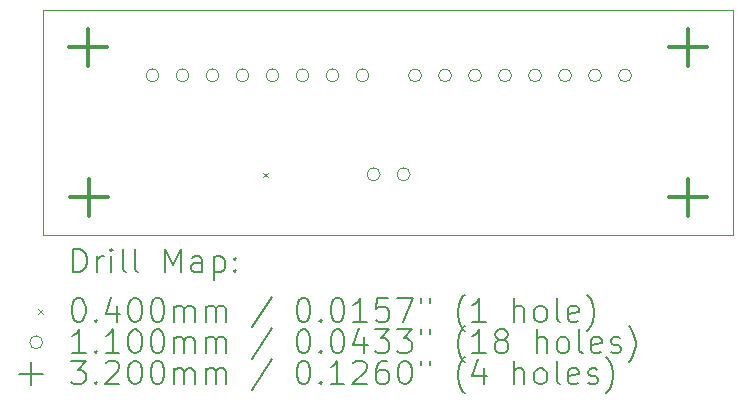
<source format=gbr>
%TF.GenerationSoftware,KiCad,Pcbnew,(6.0.7)*%
%TF.CreationDate,2023-06-30T09:59:47-07:00*%
%TF.ProjectId,PT Board Ground Systems,50542042-6f61-4726-9420-47726f756e64,rev?*%
%TF.SameCoordinates,Original*%
%TF.FileFunction,Drillmap*%
%TF.FilePolarity,Positive*%
%FSLAX45Y45*%
G04 Gerber Fmt 4.5, Leading zero omitted, Abs format (unit mm)*
G04 Created by KiCad (PCBNEW (6.0.7)) date 2023-06-30 09:59:47*
%MOMM*%
%LPD*%
G01*
G04 APERTURE LIST*
%ADD10C,0.100000*%
%ADD11C,0.200000*%
%ADD12C,0.040000*%
%ADD13C,0.110000*%
%ADD14C,0.320000*%
G04 APERTURE END LIST*
D10*
X2540000Y-2540000D02*
X8382000Y-2540000D01*
X8382000Y-2540000D02*
X8382000Y-4445000D01*
X8382000Y-4445000D02*
X2540000Y-4445000D01*
X2540000Y-4445000D02*
X2540000Y-2540000D01*
D11*
D12*
X4402500Y-3917500D02*
X4442500Y-3957500D01*
X4442500Y-3917500D02*
X4402500Y-3957500D01*
D13*
X3519560Y-3093720D02*
G75*
G03*
X3519560Y-3093720I-55000J0D01*
G01*
X3773560Y-3093720D02*
G75*
G03*
X3773560Y-3093720I-55000J0D01*
G01*
X4027560Y-3093720D02*
G75*
G03*
X4027560Y-3093720I-55000J0D01*
G01*
X4281560Y-3093720D02*
G75*
G03*
X4281560Y-3093720I-55000J0D01*
G01*
X4535560Y-3093720D02*
G75*
G03*
X4535560Y-3093720I-55000J0D01*
G01*
X4789560Y-3093720D02*
G75*
G03*
X4789560Y-3093720I-55000J0D01*
G01*
X5043560Y-3093720D02*
G75*
G03*
X5043560Y-3093720I-55000J0D01*
G01*
X5297560Y-3093720D02*
G75*
G03*
X5297560Y-3093720I-55000J0D01*
G01*
X5391540Y-3931920D02*
G75*
G03*
X5391540Y-3931920I-55000J0D01*
G01*
X5645540Y-3931920D02*
G75*
G03*
X5645540Y-3931920I-55000J0D01*
G01*
X5742060Y-3093720D02*
G75*
G03*
X5742060Y-3093720I-55000J0D01*
G01*
X5996060Y-3093720D02*
G75*
G03*
X5996060Y-3093720I-55000J0D01*
G01*
X6250060Y-3093720D02*
G75*
G03*
X6250060Y-3093720I-55000J0D01*
G01*
X6504060Y-3093720D02*
G75*
G03*
X6504060Y-3093720I-55000J0D01*
G01*
X6758060Y-3093720D02*
G75*
G03*
X6758060Y-3093720I-55000J0D01*
G01*
X7012060Y-3093720D02*
G75*
G03*
X7012060Y-3093720I-55000J0D01*
G01*
X7266060Y-3093720D02*
G75*
G03*
X7266060Y-3093720I-55000J0D01*
G01*
X7520060Y-3093720D02*
G75*
G03*
X7520060Y-3093720I-55000J0D01*
G01*
D14*
X2921000Y-2697500D02*
X2921000Y-3017500D01*
X2761000Y-2857500D02*
X3081000Y-2857500D01*
X2926080Y-3967500D02*
X2926080Y-4287500D01*
X2766080Y-4127500D02*
X3086080Y-4127500D01*
X8001000Y-2697500D02*
X8001000Y-3017500D01*
X7841000Y-2857500D02*
X8161000Y-2857500D01*
X8001000Y-3967500D02*
X8001000Y-4287500D01*
X7841000Y-4127500D02*
X8161000Y-4127500D01*
D11*
X2792619Y-4760476D02*
X2792619Y-4560476D01*
X2840238Y-4560476D01*
X2868809Y-4570000D01*
X2887857Y-4589048D01*
X2897381Y-4608095D01*
X2906905Y-4646190D01*
X2906905Y-4674762D01*
X2897381Y-4712857D01*
X2887857Y-4731905D01*
X2868809Y-4750952D01*
X2840238Y-4760476D01*
X2792619Y-4760476D01*
X2992619Y-4760476D02*
X2992619Y-4627143D01*
X2992619Y-4665238D02*
X3002143Y-4646190D01*
X3011667Y-4636667D01*
X3030714Y-4627143D01*
X3049762Y-4627143D01*
X3116428Y-4760476D02*
X3116428Y-4627143D01*
X3116428Y-4560476D02*
X3106905Y-4570000D01*
X3116428Y-4579524D01*
X3125952Y-4570000D01*
X3116428Y-4560476D01*
X3116428Y-4579524D01*
X3240238Y-4760476D02*
X3221190Y-4750952D01*
X3211667Y-4731905D01*
X3211667Y-4560476D01*
X3345000Y-4760476D02*
X3325952Y-4750952D01*
X3316428Y-4731905D01*
X3316428Y-4560476D01*
X3573571Y-4760476D02*
X3573571Y-4560476D01*
X3640238Y-4703333D01*
X3706905Y-4560476D01*
X3706905Y-4760476D01*
X3887857Y-4760476D02*
X3887857Y-4655714D01*
X3878333Y-4636667D01*
X3859286Y-4627143D01*
X3821190Y-4627143D01*
X3802143Y-4636667D01*
X3887857Y-4750952D02*
X3868809Y-4760476D01*
X3821190Y-4760476D01*
X3802143Y-4750952D01*
X3792619Y-4731905D01*
X3792619Y-4712857D01*
X3802143Y-4693810D01*
X3821190Y-4684286D01*
X3868809Y-4684286D01*
X3887857Y-4674762D01*
X3983095Y-4627143D02*
X3983095Y-4827143D01*
X3983095Y-4636667D02*
X4002143Y-4627143D01*
X4040238Y-4627143D01*
X4059286Y-4636667D01*
X4068809Y-4646190D01*
X4078333Y-4665238D01*
X4078333Y-4722381D01*
X4068809Y-4741429D01*
X4059286Y-4750952D01*
X4040238Y-4760476D01*
X4002143Y-4760476D01*
X3983095Y-4750952D01*
X4164048Y-4741429D02*
X4173571Y-4750952D01*
X4164048Y-4760476D01*
X4154524Y-4750952D01*
X4164048Y-4741429D01*
X4164048Y-4760476D01*
X4164048Y-4636667D02*
X4173571Y-4646190D01*
X4164048Y-4655714D01*
X4154524Y-4646190D01*
X4164048Y-4636667D01*
X4164048Y-4655714D01*
D12*
X2495000Y-5070000D02*
X2535000Y-5110000D01*
X2535000Y-5070000D02*
X2495000Y-5110000D01*
D11*
X2830714Y-4980476D02*
X2849762Y-4980476D01*
X2868809Y-4990000D01*
X2878333Y-4999524D01*
X2887857Y-5018571D01*
X2897381Y-5056667D01*
X2897381Y-5104286D01*
X2887857Y-5142381D01*
X2878333Y-5161429D01*
X2868809Y-5170952D01*
X2849762Y-5180476D01*
X2830714Y-5180476D01*
X2811667Y-5170952D01*
X2802143Y-5161429D01*
X2792619Y-5142381D01*
X2783095Y-5104286D01*
X2783095Y-5056667D01*
X2792619Y-5018571D01*
X2802143Y-4999524D01*
X2811667Y-4990000D01*
X2830714Y-4980476D01*
X2983095Y-5161429D02*
X2992619Y-5170952D01*
X2983095Y-5180476D01*
X2973571Y-5170952D01*
X2983095Y-5161429D01*
X2983095Y-5180476D01*
X3164048Y-5047143D02*
X3164048Y-5180476D01*
X3116428Y-4970952D02*
X3068809Y-5113810D01*
X3192619Y-5113810D01*
X3306905Y-4980476D02*
X3325952Y-4980476D01*
X3345000Y-4990000D01*
X3354524Y-4999524D01*
X3364048Y-5018571D01*
X3373571Y-5056667D01*
X3373571Y-5104286D01*
X3364048Y-5142381D01*
X3354524Y-5161429D01*
X3345000Y-5170952D01*
X3325952Y-5180476D01*
X3306905Y-5180476D01*
X3287857Y-5170952D01*
X3278333Y-5161429D01*
X3268809Y-5142381D01*
X3259286Y-5104286D01*
X3259286Y-5056667D01*
X3268809Y-5018571D01*
X3278333Y-4999524D01*
X3287857Y-4990000D01*
X3306905Y-4980476D01*
X3497381Y-4980476D02*
X3516428Y-4980476D01*
X3535476Y-4990000D01*
X3545000Y-4999524D01*
X3554524Y-5018571D01*
X3564048Y-5056667D01*
X3564048Y-5104286D01*
X3554524Y-5142381D01*
X3545000Y-5161429D01*
X3535476Y-5170952D01*
X3516428Y-5180476D01*
X3497381Y-5180476D01*
X3478333Y-5170952D01*
X3468809Y-5161429D01*
X3459286Y-5142381D01*
X3449762Y-5104286D01*
X3449762Y-5056667D01*
X3459286Y-5018571D01*
X3468809Y-4999524D01*
X3478333Y-4990000D01*
X3497381Y-4980476D01*
X3649762Y-5180476D02*
X3649762Y-5047143D01*
X3649762Y-5066190D02*
X3659286Y-5056667D01*
X3678333Y-5047143D01*
X3706905Y-5047143D01*
X3725952Y-5056667D01*
X3735476Y-5075714D01*
X3735476Y-5180476D01*
X3735476Y-5075714D02*
X3745000Y-5056667D01*
X3764048Y-5047143D01*
X3792619Y-5047143D01*
X3811667Y-5056667D01*
X3821190Y-5075714D01*
X3821190Y-5180476D01*
X3916428Y-5180476D02*
X3916428Y-5047143D01*
X3916428Y-5066190D02*
X3925952Y-5056667D01*
X3945000Y-5047143D01*
X3973571Y-5047143D01*
X3992619Y-5056667D01*
X4002143Y-5075714D01*
X4002143Y-5180476D01*
X4002143Y-5075714D02*
X4011667Y-5056667D01*
X4030714Y-5047143D01*
X4059286Y-5047143D01*
X4078333Y-5056667D01*
X4087857Y-5075714D01*
X4087857Y-5180476D01*
X4478333Y-4970952D02*
X4306905Y-5228095D01*
X4735476Y-4980476D02*
X4754524Y-4980476D01*
X4773571Y-4990000D01*
X4783095Y-4999524D01*
X4792619Y-5018571D01*
X4802143Y-5056667D01*
X4802143Y-5104286D01*
X4792619Y-5142381D01*
X4783095Y-5161429D01*
X4773571Y-5170952D01*
X4754524Y-5180476D01*
X4735476Y-5180476D01*
X4716429Y-5170952D01*
X4706905Y-5161429D01*
X4697381Y-5142381D01*
X4687857Y-5104286D01*
X4687857Y-5056667D01*
X4697381Y-5018571D01*
X4706905Y-4999524D01*
X4716429Y-4990000D01*
X4735476Y-4980476D01*
X4887857Y-5161429D02*
X4897381Y-5170952D01*
X4887857Y-5180476D01*
X4878333Y-5170952D01*
X4887857Y-5161429D01*
X4887857Y-5180476D01*
X5021190Y-4980476D02*
X5040238Y-4980476D01*
X5059286Y-4990000D01*
X5068810Y-4999524D01*
X5078333Y-5018571D01*
X5087857Y-5056667D01*
X5087857Y-5104286D01*
X5078333Y-5142381D01*
X5068810Y-5161429D01*
X5059286Y-5170952D01*
X5040238Y-5180476D01*
X5021190Y-5180476D01*
X5002143Y-5170952D01*
X4992619Y-5161429D01*
X4983095Y-5142381D01*
X4973571Y-5104286D01*
X4973571Y-5056667D01*
X4983095Y-5018571D01*
X4992619Y-4999524D01*
X5002143Y-4990000D01*
X5021190Y-4980476D01*
X5278333Y-5180476D02*
X5164048Y-5180476D01*
X5221190Y-5180476D02*
X5221190Y-4980476D01*
X5202143Y-5009048D01*
X5183095Y-5028095D01*
X5164048Y-5037619D01*
X5459286Y-4980476D02*
X5364048Y-4980476D01*
X5354524Y-5075714D01*
X5364048Y-5066190D01*
X5383095Y-5056667D01*
X5430714Y-5056667D01*
X5449762Y-5066190D01*
X5459286Y-5075714D01*
X5468810Y-5094762D01*
X5468810Y-5142381D01*
X5459286Y-5161429D01*
X5449762Y-5170952D01*
X5430714Y-5180476D01*
X5383095Y-5180476D01*
X5364048Y-5170952D01*
X5354524Y-5161429D01*
X5535476Y-4980476D02*
X5668809Y-4980476D01*
X5583095Y-5180476D01*
X5735476Y-4980476D02*
X5735476Y-5018571D01*
X5811667Y-4980476D02*
X5811667Y-5018571D01*
X6106905Y-5256667D02*
X6097381Y-5247143D01*
X6078333Y-5218571D01*
X6068809Y-5199524D01*
X6059286Y-5170952D01*
X6049762Y-5123333D01*
X6049762Y-5085238D01*
X6059286Y-5037619D01*
X6068809Y-5009048D01*
X6078333Y-4990000D01*
X6097381Y-4961429D01*
X6106905Y-4951905D01*
X6287857Y-5180476D02*
X6173571Y-5180476D01*
X6230714Y-5180476D02*
X6230714Y-4980476D01*
X6211667Y-5009048D01*
X6192619Y-5028095D01*
X6173571Y-5037619D01*
X6525952Y-5180476D02*
X6525952Y-4980476D01*
X6611667Y-5180476D02*
X6611667Y-5075714D01*
X6602143Y-5056667D01*
X6583095Y-5047143D01*
X6554524Y-5047143D01*
X6535476Y-5056667D01*
X6525952Y-5066190D01*
X6735476Y-5180476D02*
X6716428Y-5170952D01*
X6706905Y-5161429D01*
X6697381Y-5142381D01*
X6697381Y-5085238D01*
X6706905Y-5066190D01*
X6716428Y-5056667D01*
X6735476Y-5047143D01*
X6764048Y-5047143D01*
X6783095Y-5056667D01*
X6792619Y-5066190D01*
X6802143Y-5085238D01*
X6802143Y-5142381D01*
X6792619Y-5161429D01*
X6783095Y-5170952D01*
X6764048Y-5180476D01*
X6735476Y-5180476D01*
X6916428Y-5180476D02*
X6897381Y-5170952D01*
X6887857Y-5151905D01*
X6887857Y-4980476D01*
X7068809Y-5170952D02*
X7049762Y-5180476D01*
X7011667Y-5180476D01*
X6992619Y-5170952D01*
X6983095Y-5151905D01*
X6983095Y-5075714D01*
X6992619Y-5056667D01*
X7011667Y-5047143D01*
X7049762Y-5047143D01*
X7068809Y-5056667D01*
X7078333Y-5075714D01*
X7078333Y-5094762D01*
X6983095Y-5113810D01*
X7145000Y-5256667D02*
X7154524Y-5247143D01*
X7173571Y-5218571D01*
X7183095Y-5199524D01*
X7192619Y-5170952D01*
X7202143Y-5123333D01*
X7202143Y-5085238D01*
X7192619Y-5037619D01*
X7183095Y-5009048D01*
X7173571Y-4990000D01*
X7154524Y-4961429D01*
X7145000Y-4951905D01*
D13*
X2535000Y-5354000D02*
G75*
G03*
X2535000Y-5354000I-55000J0D01*
G01*
D11*
X2897381Y-5444476D02*
X2783095Y-5444476D01*
X2840238Y-5444476D02*
X2840238Y-5244476D01*
X2821190Y-5273048D01*
X2802143Y-5292095D01*
X2783095Y-5301619D01*
X2983095Y-5425429D02*
X2992619Y-5434952D01*
X2983095Y-5444476D01*
X2973571Y-5434952D01*
X2983095Y-5425429D01*
X2983095Y-5444476D01*
X3183095Y-5444476D02*
X3068809Y-5444476D01*
X3125952Y-5444476D02*
X3125952Y-5244476D01*
X3106905Y-5273048D01*
X3087857Y-5292095D01*
X3068809Y-5301619D01*
X3306905Y-5244476D02*
X3325952Y-5244476D01*
X3345000Y-5254000D01*
X3354524Y-5263524D01*
X3364048Y-5282571D01*
X3373571Y-5320667D01*
X3373571Y-5368286D01*
X3364048Y-5406381D01*
X3354524Y-5425429D01*
X3345000Y-5434952D01*
X3325952Y-5444476D01*
X3306905Y-5444476D01*
X3287857Y-5434952D01*
X3278333Y-5425429D01*
X3268809Y-5406381D01*
X3259286Y-5368286D01*
X3259286Y-5320667D01*
X3268809Y-5282571D01*
X3278333Y-5263524D01*
X3287857Y-5254000D01*
X3306905Y-5244476D01*
X3497381Y-5244476D02*
X3516428Y-5244476D01*
X3535476Y-5254000D01*
X3545000Y-5263524D01*
X3554524Y-5282571D01*
X3564048Y-5320667D01*
X3564048Y-5368286D01*
X3554524Y-5406381D01*
X3545000Y-5425429D01*
X3535476Y-5434952D01*
X3516428Y-5444476D01*
X3497381Y-5444476D01*
X3478333Y-5434952D01*
X3468809Y-5425429D01*
X3459286Y-5406381D01*
X3449762Y-5368286D01*
X3449762Y-5320667D01*
X3459286Y-5282571D01*
X3468809Y-5263524D01*
X3478333Y-5254000D01*
X3497381Y-5244476D01*
X3649762Y-5444476D02*
X3649762Y-5311143D01*
X3649762Y-5330190D02*
X3659286Y-5320667D01*
X3678333Y-5311143D01*
X3706905Y-5311143D01*
X3725952Y-5320667D01*
X3735476Y-5339714D01*
X3735476Y-5444476D01*
X3735476Y-5339714D02*
X3745000Y-5320667D01*
X3764048Y-5311143D01*
X3792619Y-5311143D01*
X3811667Y-5320667D01*
X3821190Y-5339714D01*
X3821190Y-5444476D01*
X3916428Y-5444476D02*
X3916428Y-5311143D01*
X3916428Y-5330190D02*
X3925952Y-5320667D01*
X3945000Y-5311143D01*
X3973571Y-5311143D01*
X3992619Y-5320667D01*
X4002143Y-5339714D01*
X4002143Y-5444476D01*
X4002143Y-5339714D02*
X4011667Y-5320667D01*
X4030714Y-5311143D01*
X4059286Y-5311143D01*
X4078333Y-5320667D01*
X4087857Y-5339714D01*
X4087857Y-5444476D01*
X4478333Y-5234952D02*
X4306905Y-5492095D01*
X4735476Y-5244476D02*
X4754524Y-5244476D01*
X4773571Y-5254000D01*
X4783095Y-5263524D01*
X4792619Y-5282571D01*
X4802143Y-5320667D01*
X4802143Y-5368286D01*
X4792619Y-5406381D01*
X4783095Y-5425429D01*
X4773571Y-5434952D01*
X4754524Y-5444476D01*
X4735476Y-5444476D01*
X4716429Y-5434952D01*
X4706905Y-5425429D01*
X4697381Y-5406381D01*
X4687857Y-5368286D01*
X4687857Y-5320667D01*
X4697381Y-5282571D01*
X4706905Y-5263524D01*
X4716429Y-5254000D01*
X4735476Y-5244476D01*
X4887857Y-5425429D02*
X4897381Y-5434952D01*
X4887857Y-5444476D01*
X4878333Y-5434952D01*
X4887857Y-5425429D01*
X4887857Y-5444476D01*
X5021190Y-5244476D02*
X5040238Y-5244476D01*
X5059286Y-5254000D01*
X5068810Y-5263524D01*
X5078333Y-5282571D01*
X5087857Y-5320667D01*
X5087857Y-5368286D01*
X5078333Y-5406381D01*
X5068810Y-5425429D01*
X5059286Y-5434952D01*
X5040238Y-5444476D01*
X5021190Y-5444476D01*
X5002143Y-5434952D01*
X4992619Y-5425429D01*
X4983095Y-5406381D01*
X4973571Y-5368286D01*
X4973571Y-5320667D01*
X4983095Y-5282571D01*
X4992619Y-5263524D01*
X5002143Y-5254000D01*
X5021190Y-5244476D01*
X5259286Y-5311143D02*
X5259286Y-5444476D01*
X5211667Y-5234952D02*
X5164048Y-5377810D01*
X5287857Y-5377810D01*
X5345000Y-5244476D02*
X5468810Y-5244476D01*
X5402143Y-5320667D01*
X5430714Y-5320667D01*
X5449762Y-5330190D01*
X5459286Y-5339714D01*
X5468810Y-5358762D01*
X5468810Y-5406381D01*
X5459286Y-5425429D01*
X5449762Y-5434952D01*
X5430714Y-5444476D01*
X5373571Y-5444476D01*
X5354524Y-5434952D01*
X5345000Y-5425429D01*
X5535476Y-5244476D02*
X5659286Y-5244476D01*
X5592619Y-5320667D01*
X5621190Y-5320667D01*
X5640238Y-5330190D01*
X5649762Y-5339714D01*
X5659286Y-5358762D01*
X5659286Y-5406381D01*
X5649762Y-5425429D01*
X5640238Y-5434952D01*
X5621190Y-5444476D01*
X5564048Y-5444476D01*
X5545000Y-5434952D01*
X5535476Y-5425429D01*
X5735476Y-5244476D02*
X5735476Y-5282571D01*
X5811667Y-5244476D02*
X5811667Y-5282571D01*
X6106905Y-5520667D02*
X6097381Y-5511143D01*
X6078333Y-5482571D01*
X6068809Y-5463524D01*
X6059286Y-5434952D01*
X6049762Y-5387333D01*
X6049762Y-5349238D01*
X6059286Y-5301619D01*
X6068809Y-5273048D01*
X6078333Y-5254000D01*
X6097381Y-5225429D01*
X6106905Y-5215905D01*
X6287857Y-5444476D02*
X6173571Y-5444476D01*
X6230714Y-5444476D02*
X6230714Y-5244476D01*
X6211667Y-5273048D01*
X6192619Y-5292095D01*
X6173571Y-5301619D01*
X6402143Y-5330190D02*
X6383095Y-5320667D01*
X6373571Y-5311143D01*
X6364048Y-5292095D01*
X6364048Y-5282571D01*
X6373571Y-5263524D01*
X6383095Y-5254000D01*
X6402143Y-5244476D01*
X6440238Y-5244476D01*
X6459286Y-5254000D01*
X6468809Y-5263524D01*
X6478333Y-5282571D01*
X6478333Y-5292095D01*
X6468809Y-5311143D01*
X6459286Y-5320667D01*
X6440238Y-5330190D01*
X6402143Y-5330190D01*
X6383095Y-5339714D01*
X6373571Y-5349238D01*
X6364048Y-5368286D01*
X6364048Y-5406381D01*
X6373571Y-5425429D01*
X6383095Y-5434952D01*
X6402143Y-5444476D01*
X6440238Y-5444476D01*
X6459286Y-5434952D01*
X6468809Y-5425429D01*
X6478333Y-5406381D01*
X6478333Y-5368286D01*
X6468809Y-5349238D01*
X6459286Y-5339714D01*
X6440238Y-5330190D01*
X6716428Y-5444476D02*
X6716428Y-5244476D01*
X6802143Y-5444476D02*
X6802143Y-5339714D01*
X6792619Y-5320667D01*
X6773571Y-5311143D01*
X6745000Y-5311143D01*
X6725952Y-5320667D01*
X6716428Y-5330190D01*
X6925952Y-5444476D02*
X6906905Y-5434952D01*
X6897381Y-5425429D01*
X6887857Y-5406381D01*
X6887857Y-5349238D01*
X6897381Y-5330190D01*
X6906905Y-5320667D01*
X6925952Y-5311143D01*
X6954524Y-5311143D01*
X6973571Y-5320667D01*
X6983095Y-5330190D01*
X6992619Y-5349238D01*
X6992619Y-5406381D01*
X6983095Y-5425429D01*
X6973571Y-5434952D01*
X6954524Y-5444476D01*
X6925952Y-5444476D01*
X7106905Y-5444476D02*
X7087857Y-5434952D01*
X7078333Y-5415905D01*
X7078333Y-5244476D01*
X7259286Y-5434952D02*
X7240238Y-5444476D01*
X7202143Y-5444476D01*
X7183095Y-5434952D01*
X7173571Y-5415905D01*
X7173571Y-5339714D01*
X7183095Y-5320667D01*
X7202143Y-5311143D01*
X7240238Y-5311143D01*
X7259286Y-5320667D01*
X7268809Y-5339714D01*
X7268809Y-5358762D01*
X7173571Y-5377810D01*
X7345000Y-5434952D02*
X7364048Y-5444476D01*
X7402143Y-5444476D01*
X7421190Y-5434952D01*
X7430714Y-5415905D01*
X7430714Y-5406381D01*
X7421190Y-5387333D01*
X7402143Y-5377810D01*
X7373571Y-5377810D01*
X7354524Y-5368286D01*
X7345000Y-5349238D01*
X7345000Y-5339714D01*
X7354524Y-5320667D01*
X7373571Y-5311143D01*
X7402143Y-5311143D01*
X7421190Y-5320667D01*
X7497381Y-5520667D02*
X7506905Y-5511143D01*
X7525952Y-5482571D01*
X7535476Y-5463524D01*
X7545000Y-5434952D01*
X7554524Y-5387333D01*
X7554524Y-5349238D01*
X7545000Y-5301619D01*
X7535476Y-5273048D01*
X7525952Y-5254000D01*
X7506905Y-5225429D01*
X7497381Y-5215905D01*
X2435000Y-5518000D02*
X2435000Y-5718000D01*
X2335000Y-5618000D02*
X2535000Y-5618000D01*
X2773571Y-5508476D02*
X2897381Y-5508476D01*
X2830714Y-5584667D01*
X2859286Y-5584667D01*
X2878333Y-5594190D01*
X2887857Y-5603714D01*
X2897381Y-5622762D01*
X2897381Y-5670381D01*
X2887857Y-5689428D01*
X2878333Y-5698952D01*
X2859286Y-5708476D01*
X2802143Y-5708476D01*
X2783095Y-5698952D01*
X2773571Y-5689428D01*
X2983095Y-5689428D02*
X2992619Y-5698952D01*
X2983095Y-5708476D01*
X2973571Y-5698952D01*
X2983095Y-5689428D01*
X2983095Y-5708476D01*
X3068809Y-5527524D02*
X3078333Y-5518000D01*
X3097381Y-5508476D01*
X3145000Y-5508476D01*
X3164048Y-5518000D01*
X3173571Y-5527524D01*
X3183095Y-5546571D01*
X3183095Y-5565619D01*
X3173571Y-5594190D01*
X3059286Y-5708476D01*
X3183095Y-5708476D01*
X3306905Y-5508476D02*
X3325952Y-5508476D01*
X3345000Y-5518000D01*
X3354524Y-5527524D01*
X3364048Y-5546571D01*
X3373571Y-5584667D01*
X3373571Y-5632286D01*
X3364048Y-5670381D01*
X3354524Y-5689428D01*
X3345000Y-5698952D01*
X3325952Y-5708476D01*
X3306905Y-5708476D01*
X3287857Y-5698952D01*
X3278333Y-5689428D01*
X3268809Y-5670381D01*
X3259286Y-5632286D01*
X3259286Y-5584667D01*
X3268809Y-5546571D01*
X3278333Y-5527524D01*
X3287857Y-5518000D01*
X3306905Y-5508476D01*
X3497381Y-5508476D02*
X3516428Y-5508476D01*
X3535476Y-5518000D01*
X3545000Y-5527524D01*
X3554524Y-5546571D01*
X3564048Y-5584667D01*
X3564048Y-5632286D01*
X3554524Y-5670381D01*
X3545000Y-5689428D01*
X3535476Y-5698952D01*
X3516428Y-5708476D01*
X3497381Y-5708476D01*
X3478333Y-5698952D01*
X3468809Y-5689428D01*
X3459286Y-5670381D01*
X3449762Y-5632286D01*
X3449762Y-5584667D01*
X3459286Y-5546571D01*
X3468809Y-5527524D01*
X3478333Y-5518000D01*
X3497381Y-5508476D01*
X3649762Y-5708476D02*
X3649762Y-5575143D01*
X3649762Y-5594190D02*
X3659286Y-5584667D01*
X3678333Y-5575143D01*
X3706905Y-5575143D01*
X3725952Y-5584667D01*
X3735476Y-5603714D01*
X3735476Y-5708476D01*
X3735476Y-5603714D02*
X3745000Y-5584667D01*
X3764048Y-5575143D01*
X3792619Y-5575143D01*
X3811667Y-5584667D01*
X3821190Y-5603714D01*
X3821190Y-5708476D01*
X3916428Y-5708476D02*
X3916428Y-5575143D01*
X3916428Y-5594190D02*
X3925952Y-5584667D01*
X3945000Y-5575143D01*
X3973571Y-5575143D01*
X3992619Y-5584667D01*
X4002143Y-5603714D01*
X4002143Y-5708476D01*
X4002143Y-5603714D02*
X4011667Y-5584667D01*
X4030714Y-5575143D01*
X4059286Y-5575143D01*
X4078333Y-5584667D01*
X4087857Y-5603714D01*
X4087857Y-5708476D01*
X4478333Y-5498952D02*
X4306905Y-5756095D01*
X4735476Y-5508476D02*
X4754524Y-5508476D01*
X4773571Y-5518000D01*
X4783095Y-5527524D01*
X4792619Y-5546571D01*
X4802143Y-5584667D01*
X4802143Y-5632286D01*
X4792619Y-5670381D01*
X4783095Y-5689428D01*
X4773571Y-5698952D01*
X4754524Y-5708476D01*
X4735476Y-5708476D01*
X4716429Y-5698952D01*
X4706905Y-5689428D01*
X4697381Y-5670381D01*
X4687857Y-5632286D01*
X4687857Y-5584667D01*
X4697381Y-5546571D01*
X4706905Y-5527524D01*
X4716429Y-5518000D01*
X4735476Y-5508476D01*
X4887857Y-5689428D02*
X4897381Y-5698952D01*
X4887857Y-5708476D01*
X4878333Y-5698952D01*
X4887857Y-5689428D01*
X4887857Y-5708476D01*
X5087857Y-5708476D02*
X4973571Y-5708476D01*
X5030714Y-5708476D02*
X5030714Y-5508476D01*
X5011667Y-5537048D01*
X4992619Y-5556095D01*
X4973571Y-5565619D01*
X5164048Y-5527524D02*
X5173571Y-5518000D01*
X5192619Y-5508476D01*
X5240238Y-5508476D01*
X5259286Y-5518000D01*
X5268810Y-5527524D01*
X5278333Y-5546571D01*
X5278333Y-5565619D01*
X5268810Y-5594190D01*
X5154524Y-5708476D01*
X5278333Y-5708476D01*
X5449762Y-5508476D02*
X5411667Y-5508476D01*
X5392619Y-5518000D01*
X5383095Y-5527524D01*
X5364048Y-5556095D01*
X5354524Y-5594190D01*
X5354524Y-5670381D01*
X5364048Y-5689428D01*
X5373571Y-5698952D01*
X5392619Y-5708476D01*
X5430714Y-5708476D01*
X5449762Y-5698952D01*
X5459286Y-5689428D01*
X5468810Y-5670381D01*
X5468810Y-5622762D01*
X5459286Y-5603714D01*
X5449762Y-5594190D01*
X5430714Y-5584667D01*
X5392619Y-5584667D01*
X5373571Y-5594190D01*
X5364048Y-5603714D01*
X5354524Y-5622762D01*
X5592619Y-5508476D02*
X5611667Y-5508476D01*
X5630714Y-5518000D01*
X5640238Y-5527524D01*
X5649762Y-5546571D01*
X5659286Y-5584667D01*
X5659286Y-5632286D01*
X5649762Y-5670381D01*
X5640238Y-5689428D01*
X5630714Y-5698952D01*
X5611667Y-5708476D01*
X5592619Y-5708476D01*
X5573571Y-5698952D01*
X5564048Y-5689428D01*
X5554524Y-5670381D01*
X5545000Y-5632286D01*
X5545000Y-5584667D01*
X5554524Y-5546571D01*
X5564048Y-5527524D01*
X5573571Y-5518000D01*
X5592619Y-5508476D01*
X5735476Y-5508476D02*
X5735476Y-5546571D01*
X5811667Y-5508476D02*
X5811667Y-5546571D01*
X6106905Y-5784667D02*
X6097381Y-5775143D01*
X6078333Y-5746571D01*
X6068809Y-5727524D01*
X6059286Y-5698952D01*
X6049762Y-5651333D01*
X6049762Y-5613238D01*
X6059286Y-5565619D01*
X6068809Y-5537048D01*
X6078333Y-5518000D01*
X6097381Y-5489429D01*
X6106905Y-5479905D01*
X6268809Y-5575143D02*
X6268809Y-5708476D01*
X6221190Y-5498952D02*
X6173571Y-5641809D01*
X6297381Y-5641809D01*
X6525952Y-5708476D02*
X6525952Y-5508476D01*
X6611667Y-5708476D02*
X6611667Y-5603714D01*
X6602143Y-5584667D01*
X6583095Y-5575143D01*
X6554524Y-5575143D01*
X6535476Y-5584667D01*
X6525952Y-5594190D01*
X6735476Y-5708476D02*
X6716428Y-5698952D01*
X6706905Y-5689428D01*
X6697381Y-5670381D01*
X6697381Y-5613238D01*
X6706905Y-5594190D01*
X6716428Y-5584667D01*
X6735476Y-5575143D01*
X6764048Y-5575143D01*
X6783095Y-5584667D01*
X6792619Y-5594190D01*
X6802143Y-5613238D01*
X6802143Y-5670381D01*
X6792619Y-5689428D01*
X6783095Y-5698952D01*
X6764048Y-5708476D01*
X6735476Y-5708476D01*
X6916428Y-5708476D02*
X6897381Y-5698952D01*
X6887857Y-5679905D01*
X6887857Y-5508476D01*
X7068809Y-5698952D02*
X7049762Y-5708476D01*
X7011667Y-5708476D01*
X6992619Y-5698952D01*
X6983095Y-5679905D01*
X6983095Y-5603714D01*
X6992619Y-5584667D01*
X7011667Y-5575143D01*
X7049762Y-5575143D01*
X7068809Y-5584667D01*
X7078333Y-5603714D01*
X7078333Y-5622762D01*
X6983095Y-5641809D01*
X7154524Y-5698952D02*
X7173571Y-5708476D01*
X7211667Y-5708476D01*
X7230714Y-5698952D01*
X7240238Y-5679905D01*
X7240238Y-5670381D01*
X7230714Y-5651333D01*
X7211667Y-5641809D01*
X7183095Y-5641809D01*
X7164048Y-5632286D01*
X7154524Y-5613238D01*
X7154524Y-5603714D01*
X7164048Y-5584667D01*
X7183095Y-5575143D01*
X7211667Y-5575143D01*
X7230714Y-5584667D01*
X7306905Y-5784667D02*
X7316428Y-5775143D01*
X7335476Y-5746571D01*
X7345000Y-5727524D01*
X7354524Y-5698952D01*
X7364048Y-5651333D01*
X7364048Y-5613238D01*
X7354524Y-5565619D01*
X7345000Y-5537048D01*
X7335476Y-5518000D01*
X7316428Y-5489429D01*
X7306905Y-5479905D01*
M02*

</source>
